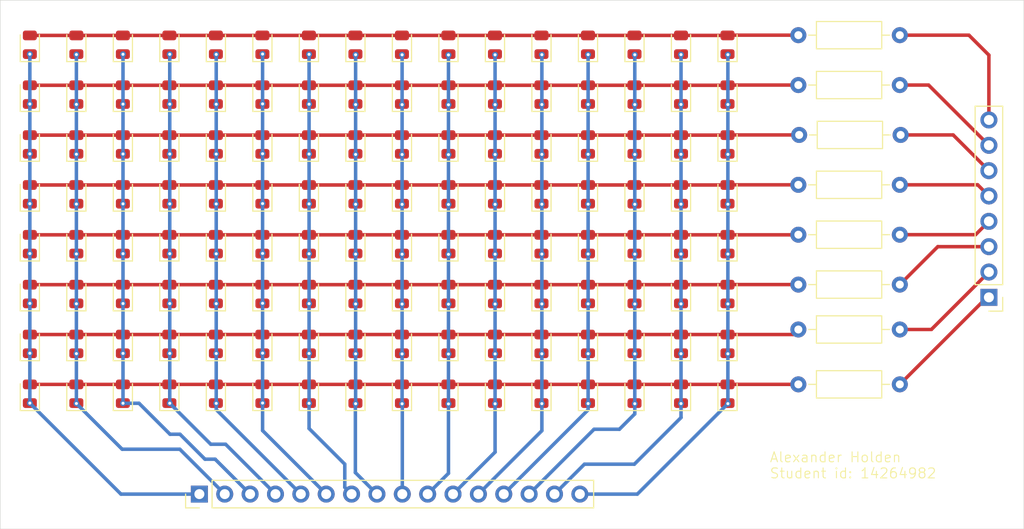
<source format=kicad_pcb>
(kicad_pcb (version 20241229) (generator "pcbnew") (generator_version "9.0")
  (layers (0 "F.Cu" signal) (2 "B.Cu" signal) (13 "F.Paste" user) (15 "B.Paste" user) (5 "F.SilkS" user "F.Silkscreen") (7 "B.SilkS" user "B.Silkscreen") (1 "F.Mask" user) (3 "B.Mask" user) (25 "Edge.Cuts" user))
  (net 0 "")
  (net 1 "Net-(D1-K)")
  (net 2 "Net-(D100-K)")
  (net 3 "Net-(D101-K)")
  (net 4 "Net-(D102-K)")
  (net 5 "Net-(D103-K)")
  (net 6 "Net-(D104-K)")
  (net 7 "Net-(D105-K)")
  (net 8 "Net-(D10-K)")
  (net 9 "Net-(D107-K)")
  (net 10 "Net-(D108-K)")
  (net 11 "Net-(D109-K)")
  (net 12 "Net-(D110-K)")
  (net 13 "Net-(D111-K)")
  (net 14 "Net-(D112-K)")
  (net 15 "Net-(D114-K)")
  (net 16 "Net-(D115-K)")
  (net 17 "Net-(D1-A)")
  (net 18 "Net-(D17-A)")
  (net 19 "Net-(D33-A)")
  (net 20 "Net-(D49-A)")
  (net 21 "Net-(D65-A)")
  (net 22 "Net-(D81-A)")
  (net 23 "Net-(D100-A)")
  (net 24 "Net-(D113-A)")
  (net 25 "Net-(R1-Pad2)")
  (net 26 "Net-(R2-Pad2)")
  (net 27 "Net-(R3-Pad2)")
  (net 28 "Net-(R4-Pad2)")
  (net 29 "Net-(R5-Pad2)")
  (net 30 "Net-(R6-Pad2)")
  (net 31 "Net-(R7-Pad2)")
  (net 32 "Net-(R8-Pad2)")
  (footprint "PROJECT_FOOTPRINTS:LED_0805_2012Metric_45" (layer "F.Cu") (at 115.38125 35.9625)
    (property "Reference" "D10" (hide yes))
    (property "Value" "LED")
  )
  (footprint "PROJECT_FOOTPRINTS:LED_0805_2012Metric_45" (layer "F.Cu") (at 101.40875 50.9535)
    (property "Reference" "D55" (hide yes))
    (property "Value" "LED")
  )
  (footprint "PROJECT_FOOTPRINTS:LED_0805_2012Metric_45" (layer "F.Cu") (at 134.01125 60.9475)
    (property "Reference" "D94" (hide yes))
    (property "Value" "LED")
  )
  (footprint "PROJECT_FOOTPRINTS:LED_0805_2012Metric_45" (layer "F.Cu") (at 129.35375 55.9505)
    (property "Reference" "D77" (hide yes))
    (property "Value" "LED")
  )
  (footprint "PROJECT_FOOTPRINTS:LED_0805_2012Metric_45" (layer "F.Cu") (at 78.12125 40.9595)
    (property "Reference" "D18" (hide yes))
    (property "Value" "LED")
  )
  (footprint "Resistor_THT:R_Axial_DIN0207_L6.3mm_D2.5mm_P10.16mm_Horizontal" (layer "F.Cu") (at 150.42 35)
    (property "Reference" "R8" (hide yes))
    (property "Value" "R")
  )
  (footprint "PROJECT_FOOTPRINTS:LED_0805_2012Metric_45" (layer "F.Cu") (at 92.09375 55.9505)
    (property "Reference" "D69" (hide yes))
    (property "Value" "LED")
  )
  (footprint "PROJECT_FOOTPRINTS:LED_0805_2012Metric_45" (layer "F.Cu") (at 143.32625 35.9625)
    (property "Reference" "D16" (hide yes))
    (property "Value" "LED")
  )
  (footprint "PROJECT_FOOTPRINTS:LED_0805_2012Metric_45" (layer "F.Cu") (at 129.35375 45.9565)
    (property "Reference" "D45" (hide yes))
    (property "Value" "LED")
  )
  (footprint "PROJECT_FOOTPRINTS:LED_0805_2012Metric_45" (layer "F.Cu") (at 120.03875 35.9625)
    (property "Reference" "D11" (hide yes))
    (property "Value" "LED")
  )
  (footprint "PROJECT_FOOTPRINTS:LED_0805_2012Metric_45" (layer "F.Cu") (at 96.75125 70.9415)
    (property "Reference" "D118" (hide yes))
    (property "Value" "LED")
  )
  (footprint "PROJECT_FOOTPRINTS:LED_0805_2012Metric_45" (layer "F.Cu") (at 124.69625 40.9595)
    (property "Reference" "D28" (hide yes))
    (property "Value" "LED")
  )
  (footprint "PROJECT_FOOTPRINTS:LED_0805_2012Metric_45" (layer "F.Cu") (at 129.35375 70.9415)
    (property "Reference" "D125" (hide yes))
    (property "Value" "LED")
  )
  (footprint "PROJECT_FOOTPRINTS:LED_0805_2012Metric_45" (layer "F.Cu") (at 96.75125 35.9625)
    (property "Reference" "D6" (hide yes))
    (property "Value" "LED")
  )
  (footprint "PROJECT_FOOTPRINTS:LED_0805_2012Metric_45" (layer "F.Cu") (at 78.12125 70.9415)
    (property "Reference" "D114" (hide yes))
    (property "Value" "LED")
  )
  (footprint "PROJECT_FOOTPRINTS:LED_0805_2012Metric_45" (layer "F.Cu") (at 115.38125 60.9475)
    (property "Reference" "D90" (hide yes))
    (property "Value" "LED")
  )
  (footprint "PROJECT_FOOTPRINTS:LED_0805_2012Metric_45" (layer "F.Cu") (at 129.35375 65.9445)
    (property "Reference" "D109" (hide yes))
    (property "Value" "LED")
  )
  (footprint "PROJECT_FOOTPRINTS:LED_0805_2012Metric_45" (layer "F.Cu") (at 101.40875 55.9505)
    (property "Reference" "D71" (hide yes))
    (property "Value" "LED")
  )
  (footprint "PROJECT_FOOTPRINTS:LED_0805_2012Metric_45" (layer "F.Cu") (at 124.69625 35.9625)
    (property "Reference" "D12" (hide yes))
    (property "Value" "LED")
  )
  (footprint "PROJECT_FOOTPRINTS:LED_0805_2012Metric_45" (layer "F.Cu") (at 120.03875 40.9595)
    (property "Reference" "D27" (hide yes))
    (property "Value" "LED")
  )
  (footprint "PROJECT_FOOTPRINTS:LED_0805_2012Metric_45" (layer "F.Cu") (at 110.72375 70.9415)
    (property "Reference" "D121" (hide yes))
    (property "Value" "LED")
  )
  (footprint "PROJECT_FOOTPRINTS:LED_0805_2012Metric_45" (layer "F.Cu") (at 96.75125 40.9595)
    (property "Reference" "D22" (hide yes))
    (property "Value" "LED")
  )
  (footprint "PROJECT_FOOTPRINTS:LED_0805_2012Metric_45" (layer "F.Cu") (at 87.43625 50.9535)
    (property "Reference" "D52" (hide yes))
    (property "Value" "LED")
  )
  (footprint "PROJECT_FOOTPRINTS:LED_0805_2012Metric_45" (layer "F.Cu") (at 87.43625 35.9625)
    (property "Reference" "D4" (hide yes))
    (property "Value" "LED")
  )
  (footprint "PROJECT_FOOTPRINTS:LED_0805_2012Metric_45" (layer "F.Cu") (at 73.46375 40.9595)
    (property "Reference" "D17" (hide yes))
    (property "Value" "LED")
  )
  (footprint "PROJECT_FOOTPRINTS:LED_0805_2012Metric_45" (layer "F.Cu") (at 124.69625 70.9415)
    (property "Reference" "D124" (hide yes))
    (property "Value" "LED")
  )
  (footprint "PROJECT_FOOTPRINTS:LED_0805_2012Metric_45" (layer "F.Cu") (at 115.38125 55.9505)
    (property "Reference" "D74" (hide yes))
    (property "Value" "LED")
  )
  (footprint "PROJECT_FOOTPRINTS:LED_0805_2012Metric_45" (layer "F.Cu") (at 106.06625 40.9595)
    (property "Reference" "D24" (hide yes))
    (property "Value" "LED")
  )
  (footprint "PROJECT_FOOTPRINTS:LED_0805_2012Metric_45" (layer "F.Cu") (at 73.46375 70.9415)
    (property "Reference" "D113" (hide yes))
    (property "Value" "LED")
  )
  (footprint "PROJECT_FOOTPRINTS:LED_0805_2012Metric_45" (layer "F.Cu") (at 115.38125 65.9445)
    (property "Reference" "D106" (hide yes))
    (property "Value" "LED")
  )
  (footprint "PROJECT_FOOTPRINTS:LED_0805_2012Metric_45" (layer "F.Cu") (at 120.03875 65.9445)
    (property "Reference" "D107" (hide yes))
    (property "Value" "LED")
  )
  (footprint "PROJECT_FOOTPRINTS:LED_0805_2012Metric_45" (layer "F.Cu") (at 96.75125 60.9475)
    (property "Reference" "D86" (hide yes))
    (property "Value" "LED")
  )
  (footprint "PROJECT_FOOTPRINTS:LED_0805_2012Metric_45" (layer "F.Cu") (at 110.72375 50.9535)
    (property "Reference" "D57" (hide yes))
    (property "Value" "LED")
  )
  (footprint "PROJECT_FOOTPRINTS:LED_0805_2012Metric_45" (layer "F.Cu") (at 87.43625 40.9595)
    (property "Reference" "D20" (hide yes))
    (property "Value" "LED")
  )
  (footprint "PROJECT_FOOTPRINTS:LED_0805_2012Metric_45" (layer "F.Cu") (at 115.38125 70.9415)
    (property "Reference" "D122" (hide yes))
    (property "Value" "LED")
  )
  (footprint "Resistor_THT:R_Axial_DIN0207_L6.3mm_D2.5mm_P10.16mm_Horizontal" (layer "F.Cu") (at 150.42 40)
    (property "Reference" "R7" (hide yes))
    (property "Value" "R")
  )
  (footprint "PROJECT_FOOTPRINTS:LED_0805_2012Metric_45" (layer "F.Cu") (at 101.40875 35.9625)
    (property "Reference" "D7" (hide yes))
    (property "Value" "LED")
  )
  (footprint "PROJECT_FOOTPRINTS:LED_0805_2012Metric_45" (layer "F.Cu") (at 110.72375 60.9475)
    (property "Reference" "D89" (hide yes))
    (property "Value" "LED")
  )
  (footprint "PROJECT_FOOTPRINTS:LED_0805_2012Metric_45" (layer "F.Cu") (at 92.09375 35.9625)
    (property "Reference" "D5" (hide yes))
    (property "Value" "LED")
  )
  (footprint "PROJECT_FOOTPRINTS:LED_0805_2012Metric_45" (layer "F.Cu") (at 78.12125 60.9475)
    (property "Reference" "D82" (hide yes))
    (property "Value" "LED")
  )
  (footprint "PROJECT_FOOTPRINTS:LED_0805_2012Metric_45" (layer "F.Cu") (at 124.69625 45.9565)
    (property "Reference" "D44" (hide yes))
    (property "Value" "LED")
  )
  (footprint "PROJECT_FOOTPRINTS:LED_0805_2012Metric_45" (layer "F.Cu") (at 73.46375 60.9475)
    (property "Reference" "D81" (hide yes))
    (property "Value" "LED")
  )
  (footprint "PROJECT_FOOTPRINTS:LED_0805_2012Metric_45" (layer "F.Cu") (at 78.12125 50.9535)
    (property "Reference" "D50" (hide yes))
    (property "Value" "LED")
  )
  (footprint "PROJECT_FOOTPRINTS:LED_0805_2012Metric_45" (layer "F.Cu") (at 143.32625 70.9415)
    (property "Reference" "D128" (hide yes))
    (property "Value" "LED")
  )
  (footprint "PROJECT_FOOTPRINTS:LED_0805_2012Metric_45" (layer "F.Cu") (at 106.06625 35.9625)
    (property "Reference" "D8" (hide yes))
    (property "Value" "LED")
  )
  (footprint "PROJECT_FOOTPRINTS:LED_0805_2012Metric_45" (layer "F.Cu") (at 96.75125 50.9535)
    (property "Reference" "D54" (hide yes))
    (property "Value" "LED")
  )
  (footprint "PROJECT_FOOTPRINTS:LED_0805_2012Metric_45" (layer "F.Cu") (at 101.40875 70.9415)
    (property "Reference" "D119" (hide yes))
    (property "Value" "LED")
  )
  (footprint "PROJECT_FOOTPRINTS:LED_0805_2012Metric_45" (layer "F.Cu") (at 124.69625 55.9505)
    (property "Reference" "D76" (hide yes))
    (property "Value" "LED")
  )
  (footprint "PROJECT_FOOTPRINTS:LED_0805_2012Metric_45" (layer "F.Cu") (at 82.77875 60.9475)
    (property "Reference" "D83" (hide yes))
    (property "Value" "LED")
  )
  (footprint "PROJECT_FOOTPRINTS:LED_0805_2012Metric_45" (layer "F.Cu") (at 138.66875 60.9475)
    (property "Reference" "D95" (hide yes))
    (property "Value" "LED")
  )
  (footprint "PROJECT_FOOTPRINTS:LED_0805_2012Metric_45" (layer "F.Cu") (at 138.66875 50.9535)
    (property "Reference" "D63" (hide yes))
    (property "Value" "LED")
  )
  (footprint "PROJECT_FOOTPRINTS:LED_0805_2012Metric_45" (layer "F.Cu") (at 106.06625 70.9415)
    (property "Reference" "D120" (hide yes))
    (property "Value" "LED")
  )
  (footprint "PROJECT_FOOTPRINTS:LED_0805_2012Metric_45" (layer "F.Cu") (at 129.35375 50.9535)
    (property "Reference" "D61" (hide yes))
    (property "Value" "LED")
  )
  (footprint "PROJECT_FOOTPRINTS:LED_0805_2012Metric_45" (layer "F.Cu") (at 92.09375 50.9535)
    (property "Reference" "D53" (hide yes))
    (property "Value" "LED")
  )
  (footprint "PROJECT_FOOTPRINTS:LED_0805_2012Metric_45" (layer "F.Cu") (at 106.06625 65.9445)
    (property "Reference" "D104" (hide yes))
    (property "Value" "LED")
  )
  (footprint "PROJECT_FOOTPRINTS:LED_0805_2012Metric_45" (layer "F.Cu") (at 78.12125 55.9505)
    (property "Reference" "D66" (hide yes))
    (property "Value" "LED")
  )
  (footprint "PROJECT_FOOTPRINTS:LED_0805_2012Metric_45" (layer "F.Cu") (at 120.03875 60.9475)
    (property "Reference" "D91" (hide yes))
    (property "Value" "LED")
  )
  (footprint "PROJECT_FOOTPRINTS:LED_0805_2012Metric_45" (layer "F.Cu") (at 87.43625 45.9565)
    (property "Reference" "D36" (hide yes))
    (property "Value" "LED")
  )
  (footprint "PROJECT_FOOTPRINTS:LED_0805_2012Metric_45" (layer "F.Cu") (at 120.03875 70.9415)
    (property "Reference" "D123" (hide yes))
    (property "Value" "LED")
  )
  (footprint "PROJECT_FOOTPRINTS:LED_0805_2012Metric_45" (layer "F.Cu") (at 82.77875 65.9445)
    (property "Reference" "D99" (hide yes))
    (property "Value" "LED")
  )
  (footprint "Resistor_THT:R_Axial_DIN0207_L6.3mm_D2.5mm_P10.16mm_Horizontal" (layer "F.Cu") (at 150.42 50)
    (property "Reference" "R5" (hide yes))
    (property "Value" "R")
  )
  (footprint "PROJECT_FOOTPRINTS:LED_0805_2012Metric_45" (layer "F.Cu") (at 87.43625 70.9415)
    (property "Reference" "D116" (hide yes))
    (property "Value" "LED")
  )
  (footprint "PROJECT_FOOTPRINTS:LED_0805_2012Metric_45" (layer "F.Cu") (at 134.01125 40.9595)
    (property "Reference" "D30" (hide yes))
    (property "Value" "LED")
  )
  (footprint "PROJECT_FOOTPRINTS:LED_0805_2012Metric_45" (layer "F.Cu") (at 87.43625 55.9505)
    (property "Reference" "D68" (hide yes))
    (property "Value" "LED")
  )
  (footprint "PROJECT_FOOTPRINTS:LED_0805_2012Metric_45" (layer "F.Cu") (at 138.66875 40.9595)
    (property "Reference" "D31" (hide yes))
    (property "Value" "LED")
  )
  (footprint "Resistor_THT:R_Axial_DIN0207_L6.3mm_D2.5mm_P10.16mm_Horizontal" (layer "F.Cu") (at 150.42 64.5)
    (property "Reference" "R2" (hide yes))
    (property "Value" "R")
  )
  (footprint "PROJECT_FOOTPRINTS:LED_0805_2012Metric_45" (layer "F.Cu") (at 110.72375 65.9445)
    (property "Reference" "D105" (hide yes))
    (property "Value" "LED")
  )
  (footprint "PROJECT_FOOTPRINTS:LED_0805_2012Metric_45" (layer "F.Cu") (at 106.06625 60.9475)
    (property "Reference" "D88" (hide yes))
    (property "Value" "LED")
  )
  (footprint "PROJECT_FOOTPRINTS:LED_0805_2012Metric_45" (layer "F.Cu") (at 143.32625 55.9505)
    (property "Reference" "D80" (hide yes))
    (property "Value" "LED")
  )
  (footprint "PROJECT_FOOTPRINTS:LED_0805_2012Metric_45" (layer "F.Cu") (at 138.66875 45.9565)
    (property "Reference" "D47" (hide yes))
    (property "Value" "LED")
  )
  (footprint "PROJECT_FOOTPRINTS:LED_0805_2012Metric_45" (layer "F.Cu") (at 138.66875 55.9505)
    (property "Reference" "D79" (hide yes))
    (property "Value" "LED")
  )
  (footprint "PROJECT_FOOTPRINTS:LED_0805_2012Metric_45" (layer "F.Cu") (at 124.69625 65.9445)
    (property "Reference" "D108" (hide yes))
    (property "Value" "LED")
  )
  (footprint "PROJECT_FOOTPRINTS:LED_0805_2012Metric_45" (layer "F.Cu") (at 115.38125 50.9535)
    (property "Reference" "D58" (hide yes))
    (property "Value" "LED")
  )
  (footprint "PROJECT_FOOTPRINTS:LED_0805_2012Metric_45" (layer "F.Cu") (at 134.01125 50.9535)
    (property "Reference" "D62" (hide yes))
    (property "Value" "LED")
  )
  (footprint "PROJECT_FOOTPRINTS:LED_0805_2012Metric_45" (layer "F.Cu") (at 143.32625 40.9595)
    (property "Reference" "D32" (hide yes))
    (property "Value" "LED")
  )
  (footprint "PROJECT_FOOTPRINTS:LED_0805_2012Metric_45" (layer "F.Cu") (at 96.75125 65.9445)
    (property "Reference" "D102" (hide yes))
    (property "Value" "LED")
  )
  (footprint "PROJECT_FOOTPRINTS:LED_0805_2012Metric_45" (layer "F.Cu") (at 129.35375 35.9625)
    (property "Reference" "D13" (hide yes))
    (property "Value" "LED")
  )
  (footprint "PROJECT_FOOTPRINTS:LED_0805_2012Metric_45" (layer "F.Cu") (at 82.77875 45.9565)
    (property "Reference" "D35" (hide yes))
    (property "Value" "LED")
  )
  (footprint "PROJECT_FOOTPRINTS:LED_0805_2012Metric_45" (layer "F.Cu") (at 73.46375 50.9535)
    (property "Reference" "D49" (hide yes))
    (property "Value" "LED")
  )
  (footprint "PROJECT_FOOTPRINTS:LED_0805_2012Metric_45" (layer "F.Cu") (at 101.40875 65.9445)
    (property "Reference" "D103" (hide yes))
    (property "Value" "LED")
  )
  (footprint "PROJECT_FOOTPRINTS:LED_0805_2012Metric_45" (layer "F.Cu") (at 82.77875 35.9625)
    (property "Reference" "D3" (hide yes))
    (property "Value" "LED")
  )
  (footprint "PROJECT_FOOTPRINTS:LED_0805_2012Metric_45" (layer "F.Cu") (at 92.09375 45.9565)
    (property "Reference" "D37" (hide yes))
    (property "Value" "LED")
  )
  (footprint "PROJECT_FOOTPRINTS:LED_0805_2012Metric_45" (layer "F.Cu") (at 115.38125 45.9565)
    (property "Reference" "D42" (hide yes))
    (property "Value" "LED")
  )
  (footprint "PROJECT_FOOTPRINTS:LED_0805_2012Metric_45" (layer "F.Cu") (at 106.06625 50.9535)
    (property "Reference" "D56" (hide yes))
    (property "Value" "LED")
  )
  (footprint "PROJECT_FOOTPRINTS:LED_0805_2012Metric_45" (layer "F.Cu") (at 115.38125 40.9595)
    (property "Reference" "D26" (hide yes))
    (property "Value" "LED")
  )
  (footprint "PROJECT_FOOTPRINTS:LED_0805_2012Metric_45" (layer "F.Cu") (at 101.40875 40.9595)
    (property "Reference" "D23" (hide yes))
    (property "Value" "LED")
  )
  (footprint "PROJECT_FOOTPRINTS:LED_0805_2012Metric_45" (layer "F.Cu") (at 138.66875 65.9445)
    (property "Reference" "D111" (hide yes))
    (property "Value" "LED")
  )
  (footprint "PROJECT_FOOTPRINTS:LED_0805_2012Metric_45" (layer "F.Cu") (at 82.77875 50.9535)
    (property "Reference" "D51" (hide yes))
    (property "Value" "LED")
  )
  (footprint "Connector_PinHeader_2.54mm:PinHeader_1x16_P2.54mm_Vertical" (layer "F.Cu") (at 90.44 81 90)
    (property "Reference" "U2" (hide yes))
    (property "Value" "~")
  )
  (footprint "PROJECT_FOOTPRINTS:LED_0805_2012Metric_45" (layer "F.Cu") (at 106.06625 55.9505)
    (property "Reference" "D72" (hide yes))
    (property "Value" "LED")
  )
  (footprint "PROJECT_FOOTPRINTS:LED_0805_2012Metric_45" (layer "F.Cu") (at 110.72375 40.9595)
    (property "Reference" "D25" (hide yes))
    (property "Value" "LED")
  )
  (footprint "PROJECT_FOOTPRINTS:LED_0805_2012Metric_45" (layer "F.Cu") (at 87.43625 65.9445)
    (property "Reference" "D100" (hide yes))
    (property "Value" "LED")
  )
  (footprint "PROJECT_FOOTPRINTS:LED_0805_2012Metric_45" (layer "F.Cu") (at 134.01125 45.9565)
    (property "Reference" "D46" (hide yes))
    (property "Value" "LED")
  )
  (footprint "PROJECT_FOOTPRINTS:LED_0805_2012Metric_45" (layer "F.Cu") (at 138.66875 70.9415)
    (property "Reference" "D127" (hide yes))
    (property "Value" "LED")
  )
  (footprint "PROJECT_FOOTPRINTS:LED_0805_2012Metric_45" (layer "F.Cu") (at 110.72375 45.9565)
    (property "Reference" "D41" (hide yes))
    (property "Value" "LED")
  )
  (footprint "PROJECT_FOOTPRINTS:LED_0805_2012Metric_45" (layer "F.Cu") (at 73.46375 35.9625)
    (property "Reference" "D1" (hide yes))
    (property "Value" "LED")
  )
  (footprint "Resistor_THT:R_Axial_DIN0207_L6.3mm_D2.5mm_P10.16mm_Horizontal" (layer "F.Cu") (at 150.42 60)
    (property "Reference" "R3" (hide yes))
    (property "Value" "R")
  )
  (footprint "PROJECT_FOOTPRINTS:LED_0805_2012Metric_45" (layer "F.Cu") (at 124.69625 50.9535)
    (property "Reference" "D60" (hide yes))
    (property "Value" "LED")
  )
  (footprint "PROJECT_FOOTPRINTS:LED_0805_2012Metric_45" (layer "F.Cu") (at 92.09375 65.9445)
    (property "Reference" "D101" (hide yes))
    (property "Value" "LED")
  )
  (footprint "PROJECT_FOOTPRINTS:LED_0805_2012Metric_45" (layer "F.Cu") (at 129.35375 40.9595)
    (property "Reference" "D29" (hide yes))
    (property "Value" "LED")
  )
  (footprint "PROJECT_FOOTPRINTS:LED_0805_2012Metric_45" (layer "F.Cu") (at 120.03875 45.9565)
    (property "Reference" "D43" (hide yes))
    (property "Value" "LED")
  )
  (footprint "PROJECT_FOOTPRINTS:LED_0805_2012Metric_45" (layer "F.Cu") (at 129.35375 60.9475)
    (property "Reference" "D93" (hide yes))
    (property "Value" "LED")
  )
  (footprint "PROJECT_FOOTPRINTS:LED_0805_2012Metric_45" (layer "F.Cu") (at 82.77875 55.9505)
    (property "Reference" "D67" (hide yes))
    (property "Value" "LED")
  )
  (footprint "Resistor_THT:R_Axial_DIN0207_L6.3mm_D2.5mm_P10.16mm_Horizontal" (layer "F.Cu") (at 150.42 70)
    (property "Reference" "R1" (hide yes))
    (property "Value" "R")
  )
  (footprint "PROJECT_FOOTPRINTS:LED_0805_2012Metric_45" (layer "F.Cu") (at 110.72375 55.9505)
    (property "Reference" "D73" (hide yes))
    (property "Value" "LED")
  )
  (footprint "Resistor_THT:R_Axial_DIN0207_L6.3mm_D2.5mm_P10.16mm_Horizontal" (layer "F.Cu") (at 150.42 55)
    (property "Reference" "R4" (hide yes))
    (property "Value" "R")
  )
  (footprint "PROJECT_FOOTPRINTS:LED_0805_2012Metric_45" (layer "F.Cu") (at 134.01125 35.9625)
    (property "Reference" "D14" (hide yes))
    (property "Value" "LED")
  )
  (footprint "PROJECT_FOOTPRINTS:LED_0805_2012Metric_45" (layer "F.Cu") (at 134.01125 65.9445)
    (property "Reference" "D110" (hide yes))
    (property "Value" "LED")
  )
  (footprint "PROJECT_FOOTPRINTS:LED_0805_2012Metric_45" (layer "F.Cu") (at 143.32625 60.9475)
    (property "Reference" "D96" (hide yes))
    (property "Value" "LED")
  )
  (footprint "PROJECT_FOOTPRINTS:LED_0805_2012Metric_45" (layer "F.Cu") (at 82.77875 40.9595)
    (property "Reference" "D19" (hide yes))
    (property "Value" "LED")
  )
  (footprint "PROJECT_FOOTPRINTS:LED_0805_2012Metric_45" (layer "F.Cu") (at 73.46375 45.9565)
    (property "Reference" "D33" (hide yes))
    (property "Value" "LED")
  )
  (footprint "PROJECT_FOOTPRINTS:LED_0805_2012Metric_45" (layer "F.Cu") (at 110.72375 35.9625)
    (property "Reference" "D9" (hide yes))
    (property "Value" "LED")
  )
  (footprint "PROJECT_FOOTPRINTS:LED_0805_2012Metric_45" (layer "F.Cu") (at 87.43625 60.9475)
    (property "Reference" "D84" (hide yes))
    (property "Value" "LED")
  )
  (footprint "PROJECT_FOOTPRINTS:LED_0805_2012Metric_45" (layer "F.Cu") (at 134.01125 70.9415)
    (property "Reference" "D126" (hide yes))
    (property "Value" "LED")
  )
  (footprint "PROJECT_FOOTPRINTS:LED_0805_2012Metric_45" (layer "F.Cu") (at 134.01125 55.9505)
    (property "Reference" "D78" (hide yes))
    (property "Value" "LED")
  )
  (footprint "PROJECT_FOOTPRINTS:LED_0805_2012Metric_45" (layer "F.Cu") (at 92.09375 40.9595)
    (property "Reference" "D21" (hide yes))
    (property "Value" "LED")
  )
  (footprint "Resistor_THT:R_Axial_DIN0207_L6.3mm_D2.5mm_P10.16mm_Horizontal" (layer "F.Cu") (at 150.5 45)
    (property "Reference" "R6" (hide yes))
    (property "Value" "R")
  )
  (footprint "PROJECT_FOOTPRINTS:LED_0805_2012Metric_45" (layer "F.Cu") (at 78.12125 65.9445)
    (property "Reference" "D98" (hide yes))
    (property "Value" "LED")
  )
  (footprint "PROJECT_FOOTPRINTS:LED_0805_2012Metric_45" (layer "F.Cu") (at 120.03875 50.9535)
    (property "Reference" "D59" (hide yes))
    (property "Value" "LED")
  )
  (footprint "PROJECT_FOOTPRINTS:LED_0805_2012Metric_45" (layer "F.Cu") (at 101.40875 60.9475)
    (property "Reference" "D87" (hide yes))
    (property "Value" "LED")
  )
  (footprint "PROJECT_FOOTPRINTS:LED_0805_2012Metric_45" (layer "F.Cu") (at 73.46375 55.9505)
    (property "Reference" "D65" (hide yes))
    (property "Value" "LED")
  )
  (footprint "PROJECT_FOOTPRINTS:LED_0805_2012Metric_45" (layer "F.Cu") (at 82.77875 70.9415)
    (property "Reference" "D115" (hide yes))
    (property "Value" "LED" (hide yes))
  )
  (footprint "PROJECT_FOOTPRINTS:LED_0805_2012Metric_45" (layer "F.Cu") (at 124.69625 60.9475)
    (property "Reference" "D92" (hide yes))
    (property "Value" "LED")
  )
  (footprint "Connector_PinHeader_2.54mm:PinHeader_1x08_P2.54mm_Vertical" (layer "F.Cu") (at 169.5 61.28 180)
    (property "Reference" "U1" (hide yes))
    (property "Value" "~")
  )
  (footprint "PROJECT_FOOTPRINTS:LED_0805_2012Metric_45" (layer "F.Cu") (at 143.32625 65.9445)
    (property "Reference" "D112" (hide yes))
    (property "Value" "LED")
  )
  (footprint "PROJECT_FOOTPRINTS:LED_0805_2012Metric_45" (layer "F.Cu") (at 143.32625 50.9535)
    (property "Reference" "D64" (hide yes))
    (property "Value" "LED")
  )
  (footprint "PROJECT_FOOTPRINTS:LED_0805_2012Metric_45" (layer "F.Cu") (at 138.66875 35.9625)
    (property "Reference" "D15" (hide yes))
    (property "Value" "LED")
  )
  (footprint "PROJECT_FOOTPRINTS:LED_0805_2012Metric_45" (layer "F.Cu") (at 78.12125 35.9625)
    (property "Reference" "D2" (hide yes))
    (property "Value" "LED")
  )
  (footprint "PROJECT_FOOTPRINTS:LED_0805_2012Metric_45" (layer "F.Cu") (at 106.06625 45.9565)
    (property "Reference" "D40" (hide yes))
    (property "Value" "LED")
  )
  (footprint "PROJECT_FOOTPRINTS:LED_0805_2012Metric_45" (layer "F.Cu") (at 120.03875 55.9505)
    (property "Reference" "D75" (hide yes))
    (property "Value" "LED")
  )
  (footprint "PROJECT_FOOTPRINTS:LED_0805_2012Metric_45" (layer "F.Cu") (at 96.75125 55.9505)
    (property "Reference" "D70" (hide yes))
    (property "Value" "LED")
  )
  (footprint "PROJECT_FOOTPRINTS:LED_0805_2012Metric_45" (layer "F.Cu") (at 143.32625 45.9565)
    (property "Reference" "D48" (hide yes))
    (property "Value" "LED")
  )
  (footprint "PROJECT_FOOTPRINTS:LED_0805_2012Metric_45" (layer "F.Cu") (at 78.12125 45.9565)
    (property "Reference" "D34" (hide yes))
    (property "Value" "LED")
  )
  (footprint "PROJECT_FOOTPRINTS:LED_0805_2012Metric_45" (layer "F.Cu") (at 73.46375 65.9445)
    (property "Reference" "D97" (hide yes))
    (property "Value" "LED")
  )
  (footprint "PROJECT_FOOTPRINTS:LED_0805_2012Metric_45" (layer "F.Cu") (at 92.09375 60.9475)
    (property "Reference" "D85" (hide yes))
    (property "Value" "LED")
  )
  (footprint "PROJECT_FOOTPRINTS:LED_0805_2012Metric_45" (layer "F.Cu") (at 96.75125 45.9565)
    (property "Reference" "D38" (hide yes))
    (property "Value" "LED")
  )
  (footprint "PROJECT_FOOTPRINTS:LED_0805_2012Metric_45" (layer "F.Cu") (at 101.40875 45.9565)
    (property "Reference" "D39" (hide yes))
    (property "Value" "LED")
  )
  (footprint "PROJECT_FOOTPRINTS:LED_0805_2012Metric_45" (layer "F.Cu") (at 92.09375 70.9415)
    (property "Reference" "D117" (hide yes))
    (property "Value" "LED")
  )
  (gr_rect (start 70.5 31.5) (end 173 84.5) (stroke (width 0.05)) (fill no) (layer "Edge.Cuts"))
  (gr_text "Alexander Holden\nStudent id: 14264982" (at 147.5 79.5 0) (layer "F.SilkS") (effects (font (size 1 1) (thickness 0.1)) (justify left bottom)))
  (via (at 73.46375 71.879) (size 0.6) (drill 0.3) (layers "F.Cu" "B.Cu") (net 1))
  (via (at 73.46375 36.9) (size 0.6) (drill 0.3) (layers "F.Cu" "B.Cu") (net 1))
  (via (at 73.46375 51.891) (size 0.6) (drill 0.3) (layers "F.Cu" "B.Cu") (net 1))
  (via (at 73.46375 56.888) (size 0.6) (drill 0.3) (layers "F.Cu" "B.Cu") (net 1))
  (via (at 73.46375 41.897) (size 0.6) (drill 0.3) (layers "F.Cu" "B.Cu") (net 1))
  (via (at 73.46375 61.885) (size 0.6) (drill 0.3) (layers "F.Cu" "B.Cu") (net 1))
  (via (at 73.46375 46.894) (size 0.6) (drill 0.3) (layers "F.Cu" "B.Cu") (net 1))
  (via (at 73.46375 66.882) (size 0.6) (drill 0.3) (layers "F.Cu" "B.Cu") (net 1))
  (segment (start 73.46375 36.9) (end 73.46375 71.879) (width 0.35) (layer "B.Cu") (net 1))
  (segment (start 73.46375 71.879) (end 82.58475 81) (width 0.35) (layer "B.Cu") (net 1))
  (segment (start 82.58475 81) (end 90.44 81) (width 0.35) (layer "B.Cu") (net 1))
  (via (at 87.472497 46.909804) (size 0.6) (drill 0.3) (layers "F.Cu" "B.Cu") (net 2))
  (via (at 87.472497 51.906804) (size 0.6) (drill 0.3) (layers "F.Cu" "B.Cu") (net 2))
  (via (at 87.472497 61.900804) (size 0.6) (drill 0.3) (layers "F.Cu" "B.Cu") (net 2))
  (via (at 87.472497 66.897804) (size 0.6) (drill 0.3) (layers "F.Cu" "B.Cu") (net 2))
  (via (at 87.472497 56.903804) (size 0.6) (drill 0.3) (layers "F.Cu" "B.Cu") (net 2))
  (via (at 87.472497 71.894804) (size 0.6) (drill 0.3) (layers "F.Cu" "B.Cu") (net 2))
  (via (at 87.472497 36.915804) (size 0.6) (drill 0.3) (layers "F.Cu" "B.Cu") (net 2))
  (via (at 87.472497 41.912804) (size 0.6) (drill 0.3) (layers "F.Cu" "B.Cu") (net 2))
  (segment (start 87.472497 71.894804) (end 87.472497 36.915804) (width 0.35) (layer "B.Cu") (net 2))
  (segment (start 87.472497 71.894804) (end 91.577693 76) (width 0.35) (layer "B.Cu") (net 2))
  (segment (start 93.06 76) (end 98.06 81) (width 0.35) (layer "B.Cu") (net 2))
  (segment (start 91.577693 76) (end 93.06 76) (width 0.35) (layer "B.Cu") (net 2))
  (via (at 92.127365 46.922539) (size 0.6) (drill 0.3) (layers "F.Cu" "B.Cu") (net 3))
  (via (at 92.127365 56.916539) (size 0.6) (drill 0.3) (layers "F.Cu" "B.Cu") (net 3))
  (via (at 92.127365 51.919539) (size 0.6) (drill 0.3) (layers "F.Cu" "B.Cu") (net 3))
  (via (at 92.127365 61.913539) (size 0.6) (drill 0.3) (layers "F.Cu" "B.Cu") (net 3))
  (via (at 92.127365 36.928539) (size 0.6) (drill 0.3) (layers "F.Cu" "B.Cu") (net 3))
  (via (at 92.127365 71.907539) (size 0.6) (drill 0.3) (layers "F.Cu" "B.Cu") (net 3))
  (via (at 92.127365 41.925539) (size 0.6) (drill 0.3) (layers "F.Cu" "B.Cu") (net 3))
  (via (at 92.127365 66.910539) (size 0.6) (drill 0.3) (layers "F.Cu" "B.Cu") (net 3))
  (segment (start 92.127365 72.527365) (end 92.127365 71.907539) (width 0.35) (layer "B.Cu") (net 3))
  (segment (start 100.6 81) (end 92.127365 72.527365) (width 0.35) (layer "B.Cu") (net 3))
  (segment (start 92.127365 36.928539) (end 92.127365 71.907539) (width 0.35) (layer "B.Cu") (net 3))
  (via (at 96.769498 41.887332) (size 0.6) (drill 0.3) (layers "F.Cu" "B.Cu") (net 4))
  (via (at 96.769498 36.890332) (size 0.6) (drill 0.3) (layers "F.Cu" "B.Cu") (net 4))
  (via (at 96.769498 46.884332) (size 0.6) (drill 0.3) (layers "F.Cu" "B.Cu") (net 4))
  (via (at 96.769498 66.872332) (size 0.6) (drill 0.3) (layers "F.Cu" "B.Cu") (net 4))
  (via (at 96.769498 61.875332) (size 0.6) (drill 0.3) (layers "F.Cu" "B.Cu") (net 4))
  (via (at 96.769498 56.878332) (size 0.6) (drill 0.3) (layers "F.Cu" "B.Cu") (net 4))
  (via (at 96.769498 71.869332) (size 0.6) (drill 0.3) (layers "F.Cu" "B.Cu") (net 4))
  (via (at 96.769498 51.881332) (size 0.6) (drill 0.3) (layers "F.Cu" "B.Cu") (net 4))
  (segment (start 96.769498 71.869332) (end 96.769498 36.890332) (width 0.35) (layer "B.Cu") (net 4))
  (segment (start 96.769498 71.869332) (end 96.769498 74.629498) (width 0.35) (layer "B.Cu") (net 4))
  (segment (start 96.769498 74.629498) (end 103.14 81) (width 0.35) (layer "B.Cu") (net 4))
  (via (at 101.424367 56.910171) (size 0.6) (drill 0.3) (layers "F.Cu" "B.Cu") (net 5))
  (via (at 101.424367 46.916171) (size 0.6) (drill 0.3) (layers "F.Cu" "B.Cu") (net 5))
  (via (at 101.424367 51.913171) (size 0.6) (drill 0.3) (layers "F.Cu" "B.Cu") (net 5))
  (via (at 101.424367 41.919171) (size 0.6) (drill 0.3) (layers "F.Cu" "B.Cu") (net 5))
  (via (at 101.424367 61.907171) (size 0.6) (drill 0.3) (layers "F.Cu" "B.Cu") (net 5))
  (via (at 101.424367 36.922171) (size 0.6) (drill 0.3) (layers "F.Cu" "B.Cu") (net 5))
  (via (at 101.424367 71.901171) (size 0.6) (drill 0.3) (layers "F.Cu" "B.Cu") (net 5))
  (via (at 101.424367 66.904171) (size 0.6) (drill 0.3) (layers "F.Cu" "B.Cu") (net 5))
  (segment (start 101.424367 74.424367) (end 105 78) (width 0.35) (layer "B.Cu") (net 5))
  (segment (start 105 80.32) (end 105.68 81) (width 0.35) (layer "B.Cu") (net 5))
  (segment (start 101.424367 36.922171) (end 101.424367 71.901171) (width 0.35) (layer "B.Cu") (net 5))
  (segment (start 101.424367 71.901171) (end 101.424367 74.424367) (width 0.35) (layer "B.Cu") (net 5))
  (segment (start 105 78) (end 105 80.32) (width 0.35) (layer "B.Cu") (net 5))
  (via (at 106.085603 66.942378) (size 0.6) (drill 0.3) (layers "F.Cu" "B.Cu") (net 6))
  (via (at 106.085603 56.948378) (size 0.6) (drill 0.3) (layers "F.Cu" "B.Cu") (net 6))
  (via (at 106.085603 71.939378) (size 0.6) (drill 0.3) (layers "F.Cu" "B.Cu") (net 6))
  (via (at 106.085603 51.951378) (size 0.6) (drill 0.3) (layers "F.Cu" "B.Cu") (net 6))
  (via (at 106.085603 61.945378) (size 0.6) (drill 0.3) (layers "F.Cu" "B.Cu") (net 6))
  (via (at 106.085603 46.954378) (size 0.6) (drill 0.3) (layers "F.Cu" "B.Cu") (net 6))
  (via (at 106.085603 36.960378) (size 0.6) (drill 0.3) (layers "F.Cu" "B.Cu") (net 6))
  (via (at 106.085603 41.957378) (size 0.6) (drill 0.3) (layers "F.Cu" "B.Cu") (net 6))
  (segment (start 106.085603 71.939378) (end 106.085603 36.960378) (width 0.35) (layer "B.Cu") (net 6))
  (segment (start 106.085603 71.939378) (end 106.060622 71.964359) (width 0.35) (layer "B.Cu") (net 6))
  (segment (start 106.060622 78.840622) (end 108.22 81) (width 0.35) (layer "B.Cu") (net 6))
  (segment (start 106.060622 71.964359) (end 106.060622 78.840622) (width 0.35) (layer "B.Cu") (net 6))
  (via (at 110.740472 66.948746) (size 0.6) (drill 0.3) (layers "F.Cu" "B.Cu") (net 7))
  (via (at 110.740472 71.945746) (size 0.6) (drill 0.3) (layers "F.Cu" "B.Cu") (net 7))
  (via (at 110.740472 36.966746) (size 0.6) (drill 0.3) (layers "F.Cu" "B.Cu") (net 7))
  (via (at 110.740472 41.963746) (size 0.6) (drill 0.3) (layers "F.Cu" "B.Cu") (net 7))
  (via (at 110.740472 51.957746) (size 0.6) (drill 0.3) (layers "F.Cu" "B.Cu") (net 7))
  (via (at 110.740472 46.960746) (size 0.6) (drill 0.3) (layers "F.Cu" "B.Cu") (net 7))
  (via (at 110.740472 56.954746) (size 0.6) (drill 0.3) (layers "F.Cu" "B.Cu") (net 7))
  (via (at 110.740472 61.951746) (size 0.6) (drill 0.3) (layers "F.Cu" "B.Cu") (net 7))
  (segment (start 110.740472 71.945746) (end 110.76 71.965274) (width 0.35) (layer "B.Cu") (net 7))
  (segment (start 110.740472 36.966746) (end 110.740472 71.945746) (width 0.35) (layer "B.Cu") (net 7))
  (segment (start 110.76 71.965274) (end 110.76 81) (width 0.35) (layer "B.Cu") (net 7))
  (via (at 115.382605 46.973482) (size 0.6) (drill 0.3) (layers "F.Cu" "B.Cu") (net 8))
  (via (at 115.382605 66.961482) (size 0.6) (drill 0.3) (layers "F.Cu" "B.Cu") (net 8))
  (via (at 115.382605 61.964482) (size 0.6) (drill 0.3) (layers "F.Cu" "B.Cu") (net 8))
  (via (at 115.382605 41.976482) (size 0.6) (drill 0.3) (layers "F.Cu" "B.Cu") (net 8))
  (via (at 115.382605 71.958482) (size 0.6) (drill 0.3) (layers "F.Cu" "B.Cu") (net 8))
  (via (at 115.382605 36.979482) (size 0.6) (drill 0.3) (layers "F.Cu" "B.Cu") (net 8))
  (via (at 115.382605 51.970482) (size 0.6) (drill 0.3) (layers "F.Cu" "B.Cu") (net 8))
  (via (at 115.382605 56.967482) (size 0.6) (drill 0.3) (layers "F.Cu" "B.Cu") (net 8))
  (segment (start 115.382605 71.958482) (end 115.382605 36.979482) (width 0.35) (layer "B.Cu") (net 8))
  (segment (start 115.382605 71.958482) (end 115.382605 78.917395) (width 0.35) (layer "B.Cu") (net 8))
  (segment (start 115.382605 78.917395) (end 113.3 81) (width 0.35) (layer "B.Cu") (net 8))
  (via (at 120.050209 36.966746) (size 0.6) (drill 0.3) (layers "F.Cu" "B.Cu") (net 9))
  (via (at 120.050209 66.948746) (size 0.6) (drill 0.3) (layers "F.Cu" "B.Cu") (net 9))
  (via (at 120.050209 46.960746) (size 0.6) (drill 0.3) (layers "F.Cu" "B.Cu") (net 9))
  (via (at 120.050209 41.963746) (size 0.6) (drill 0.3) (layers "F.Cu" "B.Cu") (net 9))
  (via (at 120.050209 51.957746) (size 0.6) (drill 0.3) (layers "F.Cu" "B.Cu") (net 9))
  (via (at 120.050209 71.945746) (size 0.6) (drill 0.3) (layers "F.Cu" "B.Cu") (net 9))
  (via (at 120.050209 56.954746) (size 0.6) (drill 0.3) (layers "F.Cu" "B.Cu") (net 9))
  (via (at 120.050209 61.951746) (size 0.6) (drill 0.3) (layers "F.Cu" "B.Cu") (net 9))
  (segment (start 120.050209 36.966746) (end 120.050209 71.945746) (width 0.35) (layer "B.Cu") (net 9))
  (segment (start 120.050209 76.789791) (end 115.84 81) (width 0.35) (layer "B.Cu") (net 9))
  (segment (start 120.050209 71.945746) (end 120.050209 76.789791) (width 0.35) (layer "B.Cu") (net 9))
  (via (at 124.736916 66.936011) (size 0.6) (drill 0.3) (layers "F.Cu" "B.Cu") (net 10))
  (via (at 124.736916 36.954011) (size 0.6) (drill 0.3) (layers "F.Cu" "B.Cu") (net 10))
  (via (at 124.736916 61.939011) (size 0.6) (drill 0.3) (layers "F.Cu" "B.Cu") (net 10))
  (via (at 124.736916 41.951011) (size 0.6) (drill 0.3) (layers "F.Cu" "B.Cu") (net 10))
  (via (at 124.736916 56.942011) (size 0.6) (drill 0.3) (layers "F.Cu" "B.Cu") (net 10))
  (via (at 124.736916 51.945011) (size 0.6) (drill 0.3) (layers "F.Cu" "B.Cu") (net 10))
  (via (at 124.736916 46.948011) (size 0.6) (drill 0.3) (layers "F.Cu" "B.Cu") (net 10))
  (via (at 124.736916 71.933011) (size 0.6) (drill 0.3) (layers "F.Cu" "B.Cu") (net 10))
  (segment (start 124.736916 74.643084) (end 118.38 81) (width 0.35) (layer "B.Cu") (net 10))
  (segment (start 124.736916 71.933011) (end 124.736916 74.643084) (width 0.35) (layer "B.Cu") (net 10))
  (segment (start 124.736916 71.933011) (end 124.736916 36.954011) (width 0.35) (layer "B.Cu") (net 10))
  (via (at 129.366314 61.932643) (size 0.6) (drill 0.3) (layers "F.Cu" "B.Cu") (net 11))
  (via (at 129.366314 56.935643) (size 0.6) (drill 0.3) (layers "F.Cu" "B.Cu") (net 11))
  (via (at 129.366314 36.947643) (size 0.6) (drill 0.3) (layers "F.Cu" "B.Cu") (net 11))
  (via (at 129.366314 41.944643) (size 0.6) (drill 0.3) (layers "F.Cu" "B.Cu") (net 11))
  (via (at 129.366314 46.941643) (size 0.6) (drill 0.3) (layers "F.Cu" "B.Cu") (net 11))
  (via (at 129.366314 51.938643) (size 0.6) (drill 0.3) (layers "F.Cu" "B.Cu") (net 11))
  (via (at 129.366314 66.929643) (size 0.6) (drill 0.3) (layers "F.Cu" "B.Cu") (net 11))
  (via (at 129.366314 71.926643) (size 0.6) (drill 0.3) (layers "F.Cu" "B.Cu") (net 11))
  (segment (start 129.366314 36.947643) (end 129.366314 71.926643) (width 0.35) (layer "B.Cu") (net 11))
  (segment (start 129.366314 72.553686) (end 120.92 81) (width 0.35) (layer "B.Cu") (net 11))
  (segment (start 129.366314 71.926643) (end 129.366314 72.553686) (width 0.35) (layer "B.Cu") (net 11))
  (via (at 134.040286 56.948378) (size 0.6) (drill 0.3) (layers "F.Cu" "B.Cu") (net 12))
  (via (at 134.040286 51.951378) (size 0.6) (drill 0.3) (layers "F.Cu" "B.Cu") (net 12))
  (via (at 134.040286 41.957378) (size 0.6) (drill 0.3) (layers "F.Cu" "B.Cu") (net 12))
  (via (at 134.040286 61.945378) (size 0.6) (drill 0.3) (layers "F.Cu" "B.Cu") (net 12))
  (via (at 134.040286 66.942378) (size 0.6) (drill 0.3) (layers "F.Cu" "B.Cu") (net 12))
  (via (at 134.040286 71.939378) (size 0.6) (drill 0.3) (layers "F.Cu" "B.Cu") (net 12))
  (via (at 134.040286 46.954378) (size 0.6) (drill 0.3) (layers "F.Cu" "B.Cu") (net 12))
  (via (at 134.040286 36.960378) (size 0.6) (drill 0.3) (layers "F.Cu" "B.Cu") (net 12))
  (segment (start 123.46 81) (end 129.96 74.5) (width 0.35) (layer "B.Cu") (net 12))
  (segment (start 134.040286 71.939378) (end 134.040286 36.960378) (width 0.35) (layer "B.Cu") (net 12))
  (segment (start 129.96 74.5) (end 132.5 74.5) (width 0.35) (layer "B.Cu") (net 12))
  (segment (start 134.040286 72.959714) (end 134.040286 71.939378) (width 0.35) (layer "B.Cu") (net 12))
  (segment (start 132.5 74.5) (end 134.040286 72.959714) (width 0.35) (layer "B.Cu") (net 12))
  (via (at 138.669683 56.935643) (size 0.6) (drill 0.3) (layers "F.Cu" "B.Cu") (net 13))
  (via (at 138.669683 41.944643) (size 0.6) (drill 0.3) (layers "F.Cu" "B.Cu") (net 13))
  (via (at 138.669683 66.929643) (size 0.6) (drill 0.3) (layers "F.Cu" "B.Cu") (net 13))
  (via (at 138.669683 71.926643) (size 0.6) (drill 0.3) (layers "F.Cu" "B.Cu") (net 13))
  (via (at 138.669683 61.932643) (size 0.6) (drill 0.3) (layers "F.Cu" "B.Cu") (net 13))
  (via (at 138.669683 46.941643) (size 0.6) (drill 0.3) (layers "F.Cu" "B.Cu") (net 13))
  (via (at 138.669683 51.938643) (size 0.6) (drill 0.3) (layers "F.Cu" "B.Cu") (net 13))
  (via (at 138.669683 36.947643) (size 0.6) (drill 0.3) (layers "F.Cu" "B.Cu") (net 13))
  (segment (start 126 81) (end 129 78) (width 0.35) (layer "B.Cu") (net 13))
  (segment (start 134 78) (end 138.669683 73.330317) (width 0.35) (layer "B.Cu") (net 13))
  (segment (start 138.669683 36.947643) (end 138.669683 71.926643) (width 0.35) (layer "B.Cu") (net 13))
  (segment (start 129 78) (end 134 78) (width 0.35) (layer "B.Cu") (net 13))
  (segment (start 138.669683 73.330317) (end 138.669683 71.926643) (width 0.35) (layer "B.Cu") (net 13))
  (via (at 143.362758 46.948011) (size 0.6) (drill 0.3) (layers "F.Cu" "B.Cu") (net 14))
  (via (at 143.362758 41.951011) (size 0.6) (drill 0.3) (layers "F.Cu" "B.Cu") (net 14))
  (via (at 143.362758 51.945011) (size 0.6) (drill 0.3) (layers "F.Cu" "B.Cu") (net 14))
  (via (at 143.362758 56.942011) (size 0.6) (drill 0.3) (layers "F.Cu" "B.Cu") (net 14))
  (via (at 143.362758 66.936011) (size 0.6) (drill 0.3) (layers "F.Cu" "B.Cu") (net 14))
  (via (at 143.362758 71.933011) (size 0.6) (drill 0.3) (layers "F.Cu" "B.Cu") (net 14))
  (via (at 143.362758 36.954011) (size 0.6) (drill 0.3) (layers "F.Cu" "B.Cu") (net 14))
  (via (at 143.362758 61.939011) (size 0.6) (drill 0.3) (layers "F.Cu" "B.Cu") (net 14))
  (segment (start 134.295769 81) (end 128.54 81) (width 0.35) (layer "B.Cu") (net 14))
  (segment (start 143.362758 71.933011) (end 134.295769 81) (width 0.35) (layer "B.Cu") (net 14))
  (segment (start 143.362758 71.933011) (end 143.362758 36.954011) (width 0.35) (layer "B.Cu") (net 14))
  (via (at 78.124553 61.926275) (size 0.6) (drill 0.3) (layers "F.Cu" "B.Cu") (net 15))
  (via (at 78.124553 56.929275) (size 0.6) (drill 0.3) (layers "F.Cu" "B.Cu") (net 15))
  (via (at 78.124553 41.938275) (size 0.6) (drill 0.3) (layers "F.Cu" "B.Cu") (net 15))
  (via (at 78.124553 36.941275) (size 0.6) (drill 0.3) (layers "F.Cu" "B.Cu") (net 15))
  (via (at 78.124553 66.923275) (size 0.6) (drill 0.3) (layers "F.Cu" "B.Cu") (net 15))
  (via (at 78.124553 46.935275) (size 0.6) (drill 0.3) (layers "F.Cu" "B.Cu") (net 15))
  (via (at 78.124553 51.932275) (size 0.6) (drill 0.3) (layers "F.Cu" "B.Cu") (net 15))
  (via (at 78.124553 71.920275) (size 0.6) (drill 0.3) (layers "F.Cu" "B.Cu") (net 15))
  (segment (start 88.48 76.5) (end 92.98 81) (width 0.35) (layer "B.Cu") (net 15))
  (segment (start 78.124553 71.920275) (end 82.704278 76.5) (width 0.35) (layer "B.Cu") (net 15))
  (segment (start 82.704278 76.5) (end 88.48 76.5) (width 0.35) (layer "B.Cu") (net 15))
  (segment (start 78.124553 71.920275) (end 78.124553 36.941275) (width 0.35) (layer "B.Cu") (net 15))
  (via (at 82.792157 56.903804) (size 0.6) (drill 0.3) (layers "F.Cu" "B.Cu") (net 16))
  (via (at 82.792157 66.897804) (size 0.6) (drill 0.3) (layers "F.Cu" "B.Cu") (net 16))
  (via (at 82.792157 61.900804) (size 0.6) (drill 0.3) (layers "F.Cu" "B.Cu") (net 16))
  (via (at 82.792157 51.906804) (size 0.6) (drill 0.3) (layers "F.Cu" "B.Cu") (net 16))
  (via (at 82.792157 46.909804) (size 0.6) (drill 0.3) (layers "F.Cu" "B.Cu") (net 16))
  (via (at 82.792157 36.915804) (size 0.6) (drill 0.3) (layers "F.Cu" "B.Cu") (net 16))
  (via (at 82.792157 41.912804) (size 0.6) (drill 0.3) (layers "F.Cu" "B.Cu") (net 16))
  (via (at 82.792157 71.894804) (size 0.6) (drill 0.3) (layers "F.Cu" "B.Cu") (net 16))
  (segment (start 88.5 75) (end 91 77.5) (width 0.35) (layer "B.Cu") (net 16))
  (segment (start 82.792157 71.894804) (end 84.394804 71.894804) (width 0.35) (layer "B.Cu") (net 16))
  (segment (start 84.394804 71.894804) (end 87.5 75) (width 0.35) (layer "B.Cu") (net 16))
  (segment (start 92.02 77.5) (end 95.52 81) (width 0.35) (layer "B.Cu") (net 16))
  (segment (start 87.5 75) (end 88.5 75) (width 0.35) (layer "B.Cu") (net 16))
  (segment (start 91 77.5) (end 92.02 77.5) (width 0.35) (layer "B.Cu") (net 16))
  (segment (start 82.792157 36.915804) (end 82.792157 71.894804) (width 0.35) (layer "B.Cu") (net 16))
  (segment (start 150.42 35) (end 143.35125 35) (width 0.35) (layer "F.Cu") (net 17))
  (segment (start 73.46375 35.025) (end 143.32625 35.025) (width 0.35) (layer "F.Cu") (net 17))
  (segment (start 143.35125 35) (end 143.32625 35.025) (width 0.35) (layer "F.Cu") (net 17))
  (segment (start 143.32625 40.022) (end 143.978 40.022) (width 0.35) (layer "F.Cu") (net 18))
  (segment (start 143.978 40.022) (end 144 40) (width 0.35) (layer "F.Cu") (net 18))
  (segment (start 144 40) (end 150.42 40) (width 0.35) (layer "F.Cu") (net 18))
  (segment (start 143.32625 40.022) (end 73.46375 40.022) (width 0.35) (layer "F.Cu") (net 18))
  (segment (start 73.46375 45.019) (end 143.32625 45.019) (width 0.35) (layer "F.Cu") (net 19))
  (segment (start 150.5 45) (end 143.34525 45) (width 0.35) (layer "F.Cu") (net 19))
  (segment (start 143.34525 45) (end 143.32625 45.019) (width 0.35) (layer "F.Cu") (net 19))
  (segment (start 143.32625 50.016) (end 73.46375 50.016) (width 0.35) (layer "F.Cu") (net 20))
  (segment (start 150.42 50) (end 143.34225 50) (width 0.35) (layer "F.Cu") (net 20))
  (segment (start 143.34225 50) (end 143.32625 50.016) (width 0.35) (layer "F.Cu") (net 20))
  (segment (start 150.407 55.013) (end 150.42 55) (width 0.35) (layer "F.Cu") (net 21))
  (segment (start 143.32625 55.013) (end 150.407 55.013) (width 0.35) (layer "F.Cu") (net 21))
  (segment (start 73.46375 55.013) (end 143.32625 55.013) (width 0.35) (layer "F.Cu") (net 21))
  (segment (start 143.32625 60.01) (end 73.46375 60.01) (width 0.35) (layer "F.Cu") (net 22))
  (segment (start 150.42 60) (end 143.33625 60) (width 0.35) (layer "F.Cu") (net 22))
  (segment (start 143.33625 60) (end 143.32625 60.01) (width 0.35) (layer "F.Cu") (net 22))
  (segment (start 73.46375 65.007) (end 143.32625 65.007) (width 0.35) (layer "F.Cu") (net 23))
  (segment (start 149.913 65.007) (end 150.42 64.5) (width 0.35) (layer "F.Cu") (net 23))
  (segment (start 143.32625 65.007) (end 149.913 65.007) (width 0.35) (layer "F.Cu") (net 23))
  (segment (start 143.33025 70) (end 143.32625 70.004) (width 0.35) (layer "F.Cu") (net 24))
  (segment (start 150.42 70) (end 143.33025 70) (width 0.35) (layer "F.Cu") (net 24))
  (segment (start 143.32625 70.004) (end 73.46375 70.004) (width 0.35) (layer "F.Cu") (net 24))
  (segment (start 169.5 61.28) (end 169.3 61.28) (width 0.35) (layer "F.Cu") (net 25))
  (segment (start 169.3 61.28) (end 160.58 70) (width 0.35) (layer "F.Cu") (net 25))
  (segment (start 169.5 58.74) (end 163.74 64.5) (width 0.35) (layer "F.Cu") (net 26))
  (segment (start 163.74 64.5) (end 160.58 64.5) (width 0.35) (layer "F.Cu") (net 26))
  (segment (start 169.5 56.2) (end 164.38 56.2) (width 0.35) (layer "F.Cu") (net 27))
  (segment (start 164.38 56.2) (end 160.58 60) (width 0.35) (layer "F.Cu") (net 27))
  (segment (start 160.58 55) (end 168.16 55) (width 0.35) (layer "F.Cu") (net 28))
  (segment (start 168.16 55) (end 169.5 53.66) (width 0.35) (layer "F.Cu") (net 28))
  (segment (start 168.38 50) (end 160.58 50) (width 0.35) (layer "F.Cu") (net 29))
  (segment (start 169.5 51.12) (end 168.38 50) (width 0.35) (layer "F.Cu") (net 29))
  (segment (start 160.66 45) (end 165.92 45) (width 0.35) (layer "F.Cu") (net 30))
  (segment (start 165.92 45) (end 169.5 48.58) (width 0.35) (layer "F.Cu") (net 30))
  (segment (start 163.46 40) (end 169.5 46.04) (width 0.35) (layer "F.Cu") (net 31))
  (segment (start 160.58 40) (end 163.46 40) (width 0.35) (layer "F.Cu") (net 31))
  (segment (start 169.5 37) (end 167.5 35) (width 0.35) (layer "F.Cu") (net 32))
  (segment (start 167.5 35) (end 160.58 35) (width 0.35) (layer "F.Cu") (net 32))
  (segment (start 169.5 43.5) (end 169.5 37) (width 0.35) (layer "F.Cu") (net 32))
)
</source>
